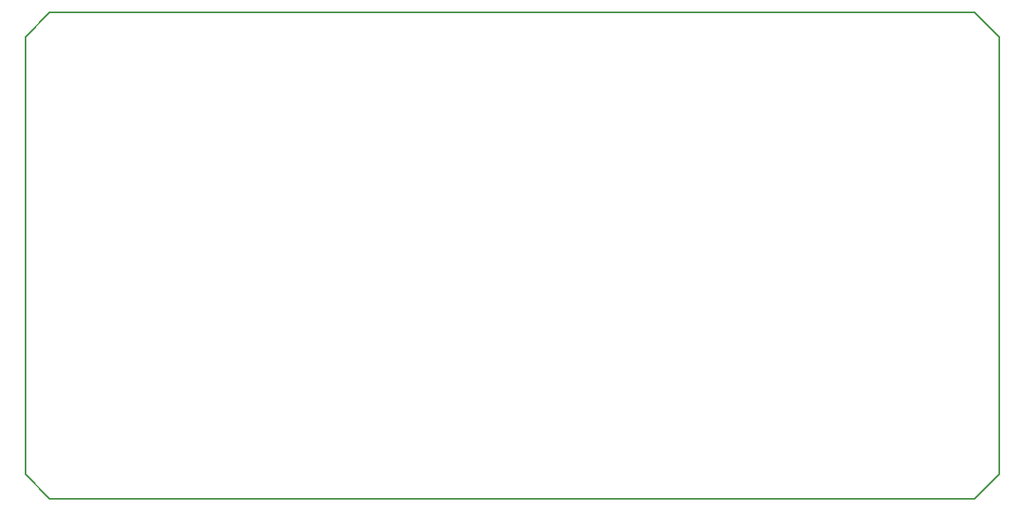
<source format=gko>
G04 #@! TF.GenerationSoftware,KiCad,Pcbnew,(5.0.0-rc2-117-g8a2639325)*
G04 #@! TF.CreationDate,2018-07-20T00:32:21+10:00*
G04 #@! TF.ProjectId,AR0004-R1,4152303030342D52312E6B696361645F,rev?*
G04 #@! TF.SameCoordinates,Original*
G04 #@! TF.FileFunction,Profile,NP*
%FSLAX46Y46*%
G04 Gerber Fmt 4.6, Leading zero omitted, Abs format (unit mm)*
G04 Created by KiCad (PCBNEW (5.0.0-rc2-117-g8a2639325)) date 07/20/18 00:32:21*
%MOMM*%
%LPD*%
G01*
G04 APERTURE LIST*
%ADD10C,0.150000*%
%ADD11C,0.200000*%
G04 APERTURE END LIST*
D10*
X50000000Y-47500000D02*
X50000000Y-92500000D01*
X147500000Y-45000000D02*
X52500000Y-45000000D01*
X150000000Y-92500000D02*
X150000000Y-47500000D01*
X52500000Y-95000000D02*
X147500000Y-95000000D01*
D11*
X50000000Y-92500000D02*
X52500000Y-95000000D01*
X52500000Y-45000000D02*
X50000000Y-47500000D01*
X147500000Y-45000000D02*
X150000000Y-47500000D01*
X150000000Y-92500000D02*
X147500000Y-95000000D01*
M02*

</source>
